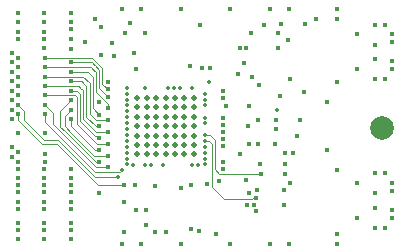
<source format=gbr>
G04 (created by PCBNEW (2013-07-07 BZR 4022)-stable) date 24/11/2015 00:30:31*
%MOIN*%
G04 Gerber Fmt 3.4, Leading zero omitted, Abs format*
%FSLAX34Y34*%
G01*
G70*
G90*
G04 APERTURE LIST*
%ADD10C,0.00590551*%
%ADD11C,0.019685*%
%ADD12C,0.0787402*%
%ADD13C,0.015748*%
%ADD14C,0.0137795*%
%ADD15C,0.00393701*%
G04 APERTURE END LIST*
G54D10*
G54D11*
X68307Y-52992D03*
X68937Y-52992D03*
X68622Y-52992D03*
X67677Y-52992D03*
X67992Y-52992D03*
X67362Y-52992D03*
X67047Y-52992D03*
X67047Y-52677D03*
X67362Y-52677D03*
X67992Y-52677D03*
X67677Y-52677D03*
X68622Y-52677D03*
X68937Y-52677D03*
X68307Y-52677D03*
X68307Y-52362D03*
X68937Y-52362D03*
X68622Y-52362D03*
X67677Y-52362D03*
X67992Y-52362D03*
X67362Y-52362D03*
X67047Y-52362D03*
X67047Y-51732D03*
X67362Y-51732D03*
X67992Y-51732D03*
X67677Y-51732D03*
X68622Y-51732D03*
X68937Y-51732D03*
X68307Y-51732D03*
X68307Y-52047D03*
X68937Y-52047D03*
X68622Y-52047D03*
X67677Y-52047D03*
X67992Y-52047D03*
X67362Y-52047D03*
X67047Y-52047D03*
X67047Y-51417D03*
X67362Y-51417D03*
X67992Y-51417D03*
X67677Y-51417D03*
X68622Y-51417D03*
X68937Y-51417D03*
X68307Y-51417D03*
X68307Y-51102D03*
X68937Y-51102D03*
X68622Y-51102D03*
X67677Y-51102D03*
X67992Y-51102D03*
X67362Y-51102D03*
X67047Y-51102D03*
G54D12*
X75196Y-52106D03*
G54D13*
X64842Y-54251D03*
X63070Y-54251D03*
X63956Y-54251D03*
X66614Y-55590D03*
X69685Y-55649D03*
X72618Y-50905D03*
X72244Y-52952D03*
X72657Y-48641D03*
X63956Y-54566D03*
X63070Y-54566D03*
X64842Y-54566D03*
X66811Y-48602D03*
X71082Y-51850D03*
X67303Y-48956D03*
X72125Y-53937D03*
X69133Y-48681D03*
X66633Y-48956D03*
X69114Y-55551D03*
X72480Y-51850D03*
X70610Y-49940D03*
X68838Y-54015D03*
X68838Y-55492D03*
X71082Y-52637D03*
X62874Y-53070D03*
X63976Y-52992D03*
X71003Y-54881D03*
X63070Y-53228D03*
X72381Y-52381D03*
X63070Y-52913D03*
X71988Y-53326D03*
X71830Y-48641D03*
X72066Y-49192D03*
X71948Y-54665D03*
X71948Y-54173D03*
X71043Y-54173D03*
X70925Y-54685D03*
X70708Y-54685D03*
X71732Y-49448D03*
X71279Y-48681D03*
X70826Y-48956D03*
X71732Y-48956D03*
X70472Y-49448D03*
X70688Y-49448D03*
X64842Y-49133D03*
X64842Y-54015D03*
X64842Y-53779D03*
X64842Y-48818D03*
X64842Y-48582D03*
X64842Y-48267D03*
X74960Y-49330D03*
X74960Y-49822D03*
X64842Y-55826D03*
X64842Y-55511D03*
X64842Y-55275D03*
X64842Y-53464D03*
X62874Y-49606D03*
X64842Y-49488D03*
X63956Y-49448D03*
X63956Y-48897D03*
X63070Y-49133D03*
X63956Y-49133D03*
X63956Y-48267D03*
X63956Y-48582D03*
X63070Y-48267D03*
X63070Y-48582D03*
X63070Y-48897D03*
X63956Y-55826D03*
X63956Y-55275D03*
X63070Y-55275D03*
X63956Y-55511D03*
X63070Y-55511D03*
X63070Y-55826D03*
X64842Y-54803D03*
X63956Y-54803D03*
X63956Y-54015D03*
X63956Y-53779D03*
X63956Y-53464D03*
X63070Y-54803D03*
X63070Y-54015D03*
X63070Y-53779D03*
X63070Y-53464D03*
X65846Y-48759D03*
X66555Y-55964D03*
X67185Y-55964D03*
X68523Y-55964D03*
X70137Y-55964D03*
X71476Y-55964D03*
X72106Y-55964D03*
X73720Y-55964D03*
X73720Y-55629D03*
X73720Y-53523D03*
X73366Y-52854D03*
X73720Y-50570D03*
X73366Y-51240D03*
X73720Y-48464D03*
X73011Y-48464D03*
X73720Y-48129D03*
X72106Y-48129D03*
X71476Y-48129D03*
X70137Y-48129D03*
X68523Y-48129D03*
X67185Y-48129D03*
X66555Y-48129D03*
X65649Y-48464D03*
X65295Y-49232D03*
X74370Y-55118D03*
X74370Y-53937D03*
X75314Y-55433D03*
X75314Y-53622D03*
X75314Y-50472D03*
X75314Y-48661D03*
X67657Y-55590D03*
X68011Y-55590D03*
X67007Y-54842D03*
X65846Y-49685D03*
X65767Y-54271D03*
G54D14*
X68484Y-50767D03*
X68287Y-50767D03*
X69074Y-53346D03*
G54D13*
X69488Y-50118D03*
X75551Y-54842D03*
X75551Y-54212D03*
X74960Y-54763D03*
X74960Y-55433D03*
X75551Y-55118D03*
X74960Y-54291D03*
X74960Y-53622D03*
X75551Y-53937D03*
X74960Y-50472D03*
X75551Y-50157D03*
X75551Y-49881D03*
X75551Y-49251D03*
X74960Y-48661D03*
X75551Y-48976D03*
X68818Y-50039D03*
X67342Y-55334D03*
X67342Y-54842D03*
X72125Y-50472D03*
G54D14*
X68877Y-50767D03*
G54D13*
X68503Y-54094D03*
X70767Y-54291D03*
G54D14*
X68877Y-53346D03*
G54D13*
X71633Y-52637D03*
X69783Y-53877D03*
X70669Y-53858D03*
X71988Y-53641D03*
X70748Y-52047D03*
X66279Y-49724D03*
X66948Y-49625D03*
X71141Y-53326D03*
X71988Y-52952D03*
X70787Y-52637D03*
X71811Y-51043D03*
X71122Y-50669D03*
X70787Y-51377D03*
X70866Y-50393D03*
X70393Y-50295D03*
X74370Y-50157D03*
X74370Y-48976D03*
X66200Y-49291D03*
X65787Y-51259D03*
G54D14*
X69291Y-51948D03*
X67500Y-53346D03*
G54D13*
X67657Y-54055D03*
G54D14*
X69448Y-50570D03*
G54D13*
X69921Y-53228D03*
X69921Y-52017D03*
G54D14*
X67322Y-50767D03*
G54D13*
X67007Y-50137D03*
X69370Y-53976D03*
G54D14*
X69291Y-51161D03*
G54D13*
X69901Y-50866D03*
X66968Y-53996D03*
X66062Y-50590D03*
G54D14*
X66712Y-52342D03*
X66712Y-51751D03*
G54D13*
X69901Y-51102D03*
G54D14*
X69291Y-53326D03*
X68090Y-50767D03*
G54D13*
X69192Y-50118D03*
G54D14*
X67893Y-53346D03*
X67303Y-53346D03*
X71712Y-51515D03*
X69291Y-50964D03*
X69291Y-53129D03*
G54D13*
X69921Y-53484D03*
X66614Y-54566D03*
G54D14*
X66909Y-53346D03*
G54D13*
X69921Y-52696D03*
X69921Y-52460D03*
G54D14*
X69291Y-52549D03*
G54D13*
X71003Y-54438D03*
G54D14*
X69291Y-52352D03*
G54D13*
X71181Y-53641D03*
G54D14*
X69291Y-52933D03*
G54D13*
X70472Y-52972D03*
G54D14*
X69291Y-51358D03*
G54D13*
X70000Y-51377D03*
X63976Y-53228D03*
X69921Y-52244D03*
X69921Y-51791D03*
X62874Y-52755D03*
X66062Y-52244D03*
X63976Y-50708D03*
X65787Y-52047D03*
X64842Y-50551D03*
X62874Y-50551D03*
G54D14*
X66712Y-51948D03*
G54D13*
X63976Y-49763D03*
X66062Y-50826D03*
X63070Y-49763D03*
G54D14*
X66712Y-50767D03*
G54D13*
X63976Y-50393D03*
X66062Y-51850D03*
X63070Y-50393D03*
G54D14*
X66712Y-51555D03*
G54D13*
X64842Y-50236D03*
X65787Y-51673D03*
X62874Y-50236D03*
G54D14*
X66712Y-51358D03*
G54D13*
X63976Y-50078D03*
X66062Y-51456D03*
G54D14*
X66712Y-51161D03*
G54D13*
X63070Y-50078D03*
X64842Y-49921D03*
X66062Y-51062D03*
X62874Y-49921D03*
G54D14*
X66712Y-50964D03*
G54D13*
X63070Y-50708D03*
G54D14*
X66712Y-52145D03*
G54D13*
X63976Y-52283D03*
G54D14*
X69291Y-51761D03*
G54D13*
X71673Y-51850D03*
X65787Y-52440D03*
X64842Y-50866D03*
X66062Y-52637D03*
X63976Y-51023D03*
G54D14*
X66712Y-52736D03*
G54D13*
X63070Y-51023D03*
X63976Y-51653D03*
G54D14*
X66535Y-53523D03*
G54D13*
X63070Y-51653D03*
X66614Y-53996D03*
X64842Y-51811D03*
X65787Y-52834D03*
X62874Y-51181D03*
G54D14*
X66712Y-52933D03*
G54D13*
X64842Y-51496D03*
X66062Y-53031D03*
X62874Y-51496D03*
G54D14*
X66712Y-53129D03*
G54D13*
X64842Y-51181D03*
X65787Y-53248D03*
G54D14*
X66712Y-53326D03*
G54D13*
X62874Y-51811D03*
X63976Y-51338D03*
X66062Y-53425D03*
X63070Y-51338D03*
G54D14*
X66417Y-53759D03*
G54D13*
X62874Y-50866D03*
G54D14*
X66712Y-52539D03*
G54D13*
X63070Y-52283D03*
X71673Y-52145D03*
G54D14*
X69291Y-52746D03*
G54D15*
X71003Y-54438D02*
X70915Y-54438D01*
X69438Y-52549D02*
X69291Y-52549D01*
X69527Y-52637D02*
X69438Y-52549D01*
X69527Y-54074D02*
X69527Y-52637D01*
X69940Y-54488D02*
X69527Y-54074D01*
X70866Y-54488D02*
X69940Y-54488D01*
X70915Y-54438D02*
X70866Y-54488D01*
X71181Y-53641D02*
X69783Y-53641D01*
X69458Y-52352D02*
X69291Y-52352D01*
X69625Y-52519D02*
X69458Y-52352D01*
X69625Y-53484D02*
X69625Y-52519D01*
X69783Y-53641D02*
X69625Y-53484D01*
X63976Y-50708D02*
X65098Y-50708D01*
X65157Y-50767D02*
X65236Y-50846D01*
X65236Y-50846D02*
X65236Y-51811D01*
X65236Y-51811D02*
X65669Y-52244D01*
X65669Y-52244D02*
X66062Y-52244D01*
X65098Y-50708D02*
X65157Y-50767D01*
X64842Y-50551D02*
X65196Y-50551D01*
X65255Y-50610D02*
X65354Y-50708D01*
X65354Y-50708D02*
X65354Y-51732D01*
X65354Y-51732D02*
X65669Y-52047D01*
X65669Y-52047D02*
X65787Y-52047D01*
X65196Y-50551D02*
X65255Y-50610D01*
X63976Y-49763D02*
X65531Y-49763D01*
X65531Y-49763D02*
X65649Y-49881D01*
X65885Y-50649D02*
X66062Y-50826D01*
X65885Y-50118D02*
X65885Y-50649D01*
X65590Y-49822D02*
X65649Y-49881D01*
X65649Y-49881D02*
X65885Y-50118D01*
X63976Y-50393D02*
X65255Y-50393D01*
X65255Y-50393D02*
X65472Y-50610D01*
X65472Y-50610D02*
X65472Y-51653D01*
X65472Y-51653D02*
X65669Y-51850D01*
X65669Y-51850D02*
X66062Y-51850D01*
X65314Y-50452D02*
X65472Y-50610D01*
X64842Y-50236D02*
X65413Y-50236D01*
X65413Y-50236D02*
X65570Y-50393D01*
X65472Y-50295D02*
X65570Y-50393D01*
X65570Y-50393D02*
X65570Y-51456D01*
X65570Y-51456D02*
X65787Y-51673D01*
X63976Y-50078D02*
X65492Y-50078D01*
X65492Y-50078D02*
X65669Y-50255D01*
X65551Y-50137D02*
X65590Y-50177D01*
X65590Y-50177D02*
X65669Y-50255D01*
X65669Y-50255D02*
X65669Y-50905D01*
X65669Y-50905D02*
X66062Y-51299D01*
X66062Y-51299D02*
X66062Y-51456D01*
X64842Y-49921D02*
X65531Y-49921D01*
X65531Y-49921D02*
X65629Y-50019D01*
X65787Y-50787D02*
X66062Y-51062D01*
X65787Y-50177D02*
X65787Y-50787D01*
X65590Y-49980D02*
X65629Y-50019D01*
X65629Y-50019D02*
X65787Y-50177D01*
X65137Y-51043D02*
X65137Y-50964D01*
X65787Y-52440D02*
X65728Y-52381D01*
X65137Y-51870D02*
X65137Y-51043D01*
X65649Y-52381D02*
X65137Y-51870D01*
X65728Y-52381D02*
X65649Y-52381D01*
X65039Y-50866D02*
X64842Y-50866D01*
X65137Y-50964D02*
X65039Y-50866D01*
X63976Y-51023D02*
X64980Y-51023D01*
X65708Y-52637D02*
X65039Y-51968D01*
X65039Y-51968D02*
X65039Y-51377D01*
X66062Y-52637D02*
X65708Y-52637D01*
X65039Y-51377D02*
X65039Y-51299D01*
X65039Y-51082D02*
X65039Y-51299D01*
X64980Y-51023D02*
X65039Y-51082D01*
X65807Y-53582D02*
X65649Y-53582D01*
X63976Y-51909D02*
X63976Y-51653D01*
X65649Y-53582D02*
X63976Y-51909D01*
X66023Y-53582D02*
X65807Y-53582D01*
X65807Y-53582D02*
X65669Y-53582D01*
X66535Y-53523D02*
X66476Y-53582D01*
X66476Y-53582D02*
X66023Y-53582D01*
X64960Y-53228D02*
X64370Y-52637D01*
X63070Y-51850D02*
X63070Y-51653D01*
X63858Y-52637D02*
X63070Y-51850D01*
X64370Y-52637D02*
X63858Y-52637D01*
X66062Y-53996D02*
X65728Y-53996D01*
X65728Y-53996D02*
X64960Y-53228D01*
X66614Y-53996D02*
X66062Y-53996D01*
X65787Y-52834D02*
X65649Y-52834D01*
X64842Y-52027D02*
X64842Y-51811D01*
X65649Y-52834D02*
X64842Y-52027D01*
X64842Y-51496D02*
X64625Y-51712D01*
X64842Y-52263D02*
X65610Y-53031D01*
X65610Y-53031D02*
X66062Y-53031D01*
X64625Y-52047D02*
X64842Y-52263D01*
X64625Y-51712D02*
X64625Y-52047D01*
X66062Y-53031D02*
X65925Y-53031D01*
X64842Y-51181D02*
X64488Y-51535D01*
X64488Y-52066D02*
X64645Y-52224D01*
X64488Y-51535D02*
X64488Y-52066D01*
X65669Y-53248D02*
X65787Y-53248D01*
X64645Y-52224D02*
X65669Y-53248D01*
X63976Y-51338D02*
X64232Y-51594D01*
X64232Y-51968D02*
X64547Y-52283D01*
X64232Y-51594D02*
X64232Y-51968D01*
X66062Y-53425D02*
X65688Y-53425D01*
X65688Y-53425D02*
X64547Y-52283D01*
X65688Y-53425D02*
X65039Y-52775D01*
X64409Y-52519D02*
X63956Y-52519D01*
X63287Y-51555D02*
X63070Y-51338D01*
X63287Y-51850D02*
X63287Y-51555D01*
X63956Y-52519D02*
X63287Y-51850D01*
X66043Y-53759D02*
X65649Y-53759D01*
X65649Y-53759D02*
X64409Y-52519D01*
X66417Y-53759D02*
X66043Y-53759D01*
M02*

</source>
